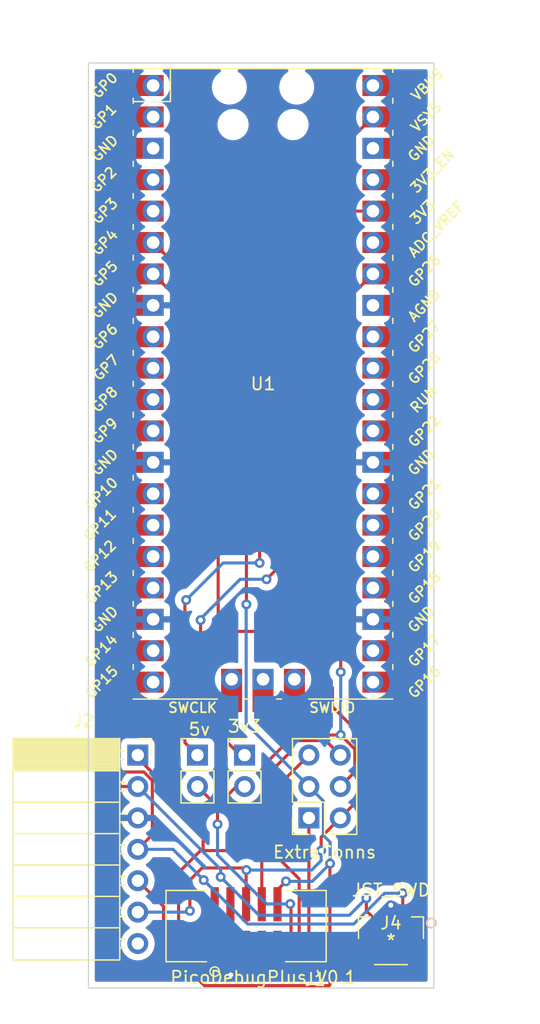
<source format=kicad_pcb>
(kicad_pcb (version 20211014) (generator pcbnew)
  (layers (0 "F.Cu" signal) (31 "B.Cu" signal) (34 "B.Paste" user) (35 "F.Paste" user) (36 "B.SilkS" user "B.Silkscreen") (37 "F.SilkS" user "F.Silkscreen") (38 "B.Mask" user) (39 "F.Mask" user) (44 "Edge.Cuts" user))
  (net 0 "")
  (net 1 "/UartTX")
  (net 2 "/SDA_1")
  (net 3 "/SCL_0")
  (net 4 "/SWDIO")
  (net 5 "GND")
  (net 6 "/SWDCLK")
  (net 7 "/SWO")
  (net 8 "/VBUS_OUT")
  (net 9 "/SDA_0")
  (net 10 "/SCL_1")
  (net 36 "/power_output")
  (net 42 "Net-(JP1-Pad1)")
  (net 43 "Net-(JP2-Pad1)")
  (footprint "Connector_PinSocket_2.54mm:PinSocket_1x07_P2.54mm_Horizontal" (layer "F.Cu") (at 118.618 75.184)
    (fp_text reference "J2" (at -4.38 -2.77) (layer "F.SilkS"))
    (fp_text value "Conn_01x07_Male")
    (fp_line (start -1.46 12.34) (end -1.05 12.34) (layer "F.SilkS") (width 0.12))
    (fp_line (start -10.09 -0.383335) (end -1.46 -0.383335) (layer "F.SilkS") (width 0.12))
    (fp_line (start -10.09 -0.97381) (end -1.46 -0.97381) (layer "F.SilkS") (width 0.12))
    (fp_line (start -1.46 13.06) (end -1.05 13.06) (layer "F.SilkS") (width 0.12))
    (fp_line (start -10.09 0.91571) (end -1.46 0.91571) (layer "F.SilkS") (width 0.12))
    (fp_line (start -1.46 10.52) (end -1.05 10.52) (layer "F.SilkS") (width 0.12))
    (fp_line (start -10.09 13.97) (end -1.46 13.97) (layer "F.SilkS") (width 0.12))
    (fp_line (start -10.09 -0.619525) (end -1.46 -0.619525) (layer "F.SilkS") (width 0.12))
    (fp_line (start -1.46 9.8) (end -1.05 9.8) (layer "F.SilkS") (width 0.12))
    (fp_line (start -1.46 15.6) (end -1.05 15.6) (layer "F.SilkS") (width 0.12))
    (fp_line (start -10.09 3.81) (end -1.46 3.81) (layer "F.SilkS") (width 0.12))
    (fp_line (start -10.09 -1.33) (end -10.09 16.57) (layer "F.SilkS") (width 0.12))
    (fp_line (start -10.09 1.27) (end -1.46 1.27) (layer "F.SilkS") (width 0.12))
    (fp_line (start -10.09 -0.73762) (end -1.46 -0.73762) (layer "F.SilkS") (width 0.12))
    (fp_line (start -1.46 2.9) (end -1.05 2.9) (layer "F.SilkS") (width 0.12))
    (fp_line (start -1.46 0.36) (end -1.11 0.36) (layer "F.SilkS") (width 0.12))
    (fp_line (start -10.09 -0.147145) (end -1.46 -0.147145) (layer "F.SilkS") (width 0.12))
    (fp_line (start -1.46 -1.33) (end -1.46 16.57) (layer "F.SilkS") (width 0.12))
    (fp_line (start -1.46 7.98) (end -1.05 7.98) (layer "F.SilkS") (width 0.12))
    (fp_line (start -10.09 8.89) (end -1.46 8.89) (layer "F.SilkS") (width 0.12))
    (fp_line (start 0 -1.33) (end 1.11 -1.33) (layer "F.SilkS") (width 0.12))
    (fp_line (start -1.46 4.72) (end -1.05 4.72) (layer "F.SilkS") (width 0.12))
    (fp_line (start -10.09 0.797615) (end -1.46 0.797615) (layer "F.SilkS") (width 0.12))
    (fp_line (start -10.09 11.43) (end -1.46 11.43) (layer "F.SilkS") (width 0.12))
    (fp_line (start -10.09 0.20714) (end -1.46 0.20714) (layer "F.SilkS") (width 0.12))
    (fp_line (start -1.46 7.26) (end -1.05 7.26) (layer "F.SilkS") (width 0.12))
    (fp_line (start -10.09 0.67952) (end -1.46 0.67952) (layer "F.SilkS") (width 0.12))
    (fp_line (start -10.09 -0.50143) (end -1.46 -0.50143) (layer "F.SilkS") (width 0.12))
    (fp_line (start -1.46 2.18) (end -1.05 2.18) (layer "F.SilkS") (width 0.12))
    (fp_line (start -10.09 0.089045) (end -1.46 0.089045) (layer "F.SilkS") (width 0.12))
    (fp_line (start -10.09 -0.26524) (end -1.46 -0.26524) (layer "F.SilkS") (width 0.12))
    (fp_line (start -10.09 -1.33) (end -1.46 -1.33) (layer "F.SilkS") (width 0.12))
    (fp_line (start -10.09 -1.21) (end -1.46 -1.21) (layer "F.SilkS") (width 0.12))
    (fp_line (start -1.46 -0.36) (end -1.11 -0.36) (layer "F.SilkS") (width 0.12))
    (fp_line (start -10.09 6.35) (end -1.46 6.35) (layer "F.SilkS") (width 0.12))
    (fp_line (start -10.09 16.57) (end -1.46 16.57) (layer "F.SilkS") (width 0.12))
    (fp_line (start -10.09 1.1519) (end -1.46 1.1519) (layer "F.SilkS") (width 0.12))
    (fp_line (start -1.46 5.44) (end -1.05 5.44) (layer "F.SilkS") (width 0.12))
    (fp_line (start -10.09 1.033805) (end -1.46 1.033805) (layer "F.SilkS") (width 0.12))
    (fp_line (start -10.09 -0.855715) (end -1.46 -0.855715) (layer "F.SilkS") (width 0.12))
    (fp_line (start 1.11 -1.33) (end 1.11 0) (layer "F.SilkS") (width 0.12))
    (fp_line (start -10.09 -0.02905) (end -1.46 -0.02905) (layer "F.SilkS") (width 0.12))
    (fp_line (start -10.09 0.561425) (end -1.46 0.561425) (layer "F.SilkS") (width 0.12))
    (fp_line (start -10.09 0.44333) (end -1.46 0.44333) (layer "F.SilkS") (width 0.12))
    (fp_line (start -10.09 0.325235) (end -1.46 0.325235) (layer "F.SilkS") (width 0.12))
    (fp_line (start -1.46 14.88) (end -1.05 14.88) (layer "F.SilkS") (width 0.12))
    (fp_line (start -10.09 -1.091905) (end -1.46 -1.091905) (layer "F.SilkS") (width 0.12))
    (pad "1" thru_hole rect (at 0 0) (size 1.7 1.7) (drill 1) (layers *.Cu *.Mask) (net 3 "/SCL_0"))
    (pad "2" thru_hole oval (at 0 2.54) (size 1.7 1.7) (drill 1) (layers *.Cu *.Mask) (net 6 "/SWDCLK"))
    (pad "3" thru_hole oval (at 0 5.08) (size 1.7 1.7) (drill 1) (layers *.Cu *.Mask) (net 5 "GND"))
    (pad "4" thru_hole oval (at 0 7.62) (size 1.7 1.7) (drill 1) (layers *.Cu *.Mask) (net 4 "/SWDIO"))
    (pad "5" thru_hole oval (at 0 10.16) (size 1.7 1.7) (drill 1) (layers *.Cu *.Mask) (net 9 "/SDA_0"))
    (pad "6" thru_hole oval (at 0 12.7) (size 1.7 1.7) (drill 1) (layers *.Cu *.Mask) (net 7 "/SWO"))
    (pad "7" thru_hole oval (at 0 15.24) (size 1.7 1.7) (drill 1) (layers *.Cu *.Mask) (net 8 "/VBUS_OUT"))
  )
  (footprint "JST:BM03B-SRSS-TBLFSN" (layer "F.Cu") (at 139.1 90.2)
    (fp_text reference "J4" (at 0 -1.4284) (layer "F.SilkS"))
    (fp_text value "JST_SWD" (at 0 -4.094) (layer "F.SilkS"))
    (fp_text user "*" (at 0 0) (layer "F.SilkS"))
    (fp_circle (center 3.2639 -1.4284) (end 3.6449 -1.4284) (layer "B.SilkS") (width 0.12) (fill none))
    (fp_line (start 2.6289 -1.9304) (end 1.662941 -1.9304) (layer "F.SilkS") (width 0.12))
    (fp_line (start -1.662941 -1.9304) (end -2.6289 -1.9304) (layer "F.SilkS") (width 0.12))
    (fp_line (start -2.6289 -1.9304) (end -2.6289 -0.188641) (layer "F.SilkS") (width 0.12))
    (fp_line (start -1.31956 1.9304) (end 1.31956 1.9304) (layer "F.SilkS") (width 0.12))
    (fp_line (start 2.6289 -0.188641) (end 2.6289 -1.9304) (layer "F.SilkS") (width 0.12))
    (fp_circle (center 3.2639 -1.4284) (end 3.6449 -1.4284) (layer "F.SilkS") (width 0.12) (fill none))
    (pad "1" smd rect locked (at 1.000001 -1.4284) (size 0.6604 1.5494) (layers "F.Cu" "F.Paste" "F.Mask") (net 4 "/SWDIO"))
    (pad "2" smd rect locked (at 0 -1.4284) (size 0.6604 1.5494) (layers "F.Cu" "F.Paste" "F.Mask") (net 5 "GND"))
    (pad "3" smd rect locked (at -1.000001 -1.4284) (size 0.6604 1.5494) (layers "F.Cu" "F.Paste" "F.Mask") (net 6 "/SWDCLK"))
    (pad "4" smd rect locked (at -2.3 1.096599 90) (size 1.905 1.2954) (layers "F.Cu" "F.Paste" "F.Mask") (net 5 "GND"))
    (pad "5" smd rect locked (at 2.3 1.096599 90) (size 1.905 1.2954) (layers "F.Cu" "F.Paste" "F.Mask") (net 5 "GND"))
  )
  (footprint "Connector_PinSocket_2.54mm:PinSocket_2x03_P2.54mm_Vertical" (layer "F.Cu") (at 132.461 80.264 180)
    (fp_text reference "ExtraConns" (at -1.27 -2.77 180) (layer "F.SilkS"))
    (fp_text value "Conn_02x03_Odd_Even")
    (fp_line (start -3.87 -1.33) (end -1.27 -1.33) (layer "F.SilkS") (width 0.12))
    (fp_line (start -1.27 -1.33) (end -1.27 1.27) (layer "F.SilkS") (width 0.12))
    (fp_line (start 0 -1.33) (end 1.33 -1.33) (layer "F.SilkS") (width 0.12))
    (fp_line (start 1.33 -1.33) (end 1.33 0) (layer "F.SilkS") (width 0.12))
    (fp_line (start -3.87 6.41) (end 1.33 6.41) (layer "F.SilkS") (width 0.12))
    (fp_line (start -1.27 1.27) (end 1.33 1.27) (layer "F.SilkS") (width 0.12))
    (fp_line (start -3.87 -1.33) (end -3.87 6.41) (layer "F.SilkS") (width 0.12))
    (fp_line (start 1.33 1.27) (end 1.33 6.41) (layer "F.SilkS") (width 0.12))
    (pad "1" thru_hole rect (at 0 0 180) (size 1.7 1.7) (drill 1) (layers *.Cu *.Mask) (net 1 "/UartTX"))
    (pad "2" thru_hole oval (at -2.54 0 180) (size 1.7 1.7) (drill 1) (layers *.Cu *.Mask) (net 7 "/SWO"))
    (pad "3" thru_hole oval (at 0 2.54 180) (size 1.7 1.7) (drill 1) (layers *.Cu *.Mask) (net 9 "/SDA_0"))
    (pad "4" thru_hole oval (at -2.54 2.54 180) (size 1.7 1.7) (drill 1) (layers *.Cu *.Mask) (net 3 "/SCL_0"))
    (pad "5" thru_hole oval (at 0 5.08 180) (size 1.7 1.7) (drill 1) (layers *.Cu *.Mask) (net 2 "/SDA_1"))
    (pad "6" thru_hole oval (at -2.54 5.08 180) (size 1.7 1.7) (drill 1) (layers *.Cu *.Mask) (net 10 "/SCL_1"))
  )
  (footprint "Connector_PinHeader_2.54mm:PinHeader_1x02_P2.54mm_Vertical" (layer "F.Cu") (at 127.254 75.184)
    (fp_text reference "3v3" (at 0 -2.33) (layer "F.SilkS"))
    (fp_text value "Jumper_2_Open")
    (fp_line (start -1.33 0) (end -1.33 -1.33) (layer "F.SilkS") (width 0.12))
    (fp_line (start -1.33 1.27) (end 1.33 1.27) (layer "F.SilkS") (width 0.12))
    (fp_line (start -1.33 3.87) (end 1.33 3.87) (layer "F.SilkS") (width 0.12))
    (fp_line (start -1.33 1.27) (end -1.33 3.87) (layer "F.SilkS") (width 0.12))
    (fp_line (start 1.33 1.27) (end 1.33 3.87) (layer "F.SilkS") (width 0.12))
    (fp_line (start -1.33 -1.33) (end 0 -1.33) (layer "F.SilkS") (width 0.12))
    (pad "1" thru_hole rect (at 0 0) (size 1.7 1.7) (drill 1) (layers *.Cu *.Mask) (net 43 "Net-(JP2-Pad1)"))
    (pad "2" thru_hole oval (at 0 2.54) (size 1.7 1.7) (drill 1) (layers *.Cu *.Mask) (net 36 "/power_output"))
  )
  (footprint "Connector_PinHeader_2.54mm:PinHeader_1x02_P2.54mm_Vertical" (layer "F.Cu") (at 123.444 75.184)
    (fp_text reference "5v" (at 0.1524 -2.0828) (layer "F.SilkS"))
    (fp_text value "Jumper_2_Open")
    (fp_line (start -1.33 0) (end -1.33 -1.33) (layer "F.SilkS") (width 0.12))
    (fp_line (start -1.33 -1.33) (end 0 -1.33) (layer "F.SilkS") (width 0.12))
    (fp_line (start -1.33 3.87) (end 1.33 3.87) (layer "F.SilkS") (width 0.12))
    (fp_line (start -1.33 1.27) (end -1.33 3.87) (layer "F.SilkS") (width 0.12))
    (fp_line (start -1.33 1.27) (end 1.33 1.27) (layer "F.SilkS") (width 0.12))
    (fp_line (start 1.33 1.27) (end 1.33 3.87) (layer "F.SilkS") (width 0.12))
    (pad "1" thru_hole rect (at 0 0) (size 1.7 1.7) (drill 1) (layers *.Cu *.Mask) (net 42 "Net-(JP1-Pad1)"))
    (pad "2" thru_hole oval (at 0 2.54) (size 1.7 1.7) (drill 1) (layers *.Cu *.Mask) (net 36 "/power_output"))
  )
  (footprint "LocalFootprints:3220-10-0300-00-TR" (layer "F.Cu") (at 127.381 89.014)
    (fp_text reference "J1" (at 5.588 4.318) (layer "F.SilkS"))
    (fp_text value "PicoDebugPlus_V0.1" (at 1.397 4.1532) (layer "F.SilkS"))
    (fp_line (start 6.477 -2.8829) (end 3.20294 -2.8829) (layer "F.SilkS") (width 0.12))
    (fp_line (start 6.477 2.8829) (end 6.477 -2.8829) (layer "F.SilkS") (width 0.12))
    (fp_line (start -3.20294 -2.8829) (end -6.477 -2.8829) (layer "F.SilkS") (width 0.12))
    (fp_line (start -6.477 2.8829) (end -3.20294 2.8829) (layer "F.SilkS") (width 0.12))
    (fp_line (start 3.20294 2.8829) (end 6.477 2.8829) (layer "F.SilkS") (width 0.12))
    (fp_line (start -6.477 -2.8829) (end -6.477 2.8829) (layer "F.SilkS") (width 0.12))
    (fp_circle (center -2.54 3.683) (end -2.159 3.683) (layer "F.SilkS") (width 0.12) (fill none))
    (pad "1" smd rect (at -2.54 1.765) (size 0.6604 2.7686) (layers "F.Cu" "F.Paste" "F.Mask") (net 3 "/SCL_0"))
    (pad "2" smd rect (at -2.54 -1.765) (size 0.6604 2.7686) (layers "F.Cu" "F.Paste" "F.Mask") (net 4 "/SWDIO"))
    (pad "3" smd rect (at -1.27 1.765) (size 0.6604 2.7686) (layers "F.Cu" "F.Paste" "F.Mask") (net 5 "GND"))
    (pad "4" smd rect (at -1.27 -1.765) (size 0.6604 2.7686) (layers "F.Cu" "F.Paste" "F.Mask") (net 6 "/SWDCLK"))
    (pad "5" smd rect (at 0 1.765) (size 0.6604 2.7686) (layers "F.Cu" "F.Paste" "F.Mask") (net 1 "/UartTX"))
    (pad "6" smd rect (at 0 -1.765) (size 0.6604 2.7686) (layers "F.Cu" "F.Paste" "F.Mask") (net 7 "/SWO"))
    (pad "7" smd rect (at 1.27 1.765) (size 0.6604 2.7686) (layers "F.Cu" "F.Paste" "F.Mask") (net 2 "/SDA_1"))
    (pad "8" smd rect (at 1.27 -1.765) (size 0.6604 2.7686) (layers "F.Cu" "F.Paste" "F.Mask") (net 10 "/SCL_1"))
    (pad "9" smd rect (at 2.54 1.765) (size 0.6604 2.7686) (layers "F.Cu" "F.Paste" "F.Mask") (net 36 "/power_output"))
    (pad "10" smd rect (at 2.54 -1.765) (size 0.6604 2.7686) (layers "F.Cu" "F.Paste" "F.Mask") (net 9 "/SDA_0"))
  )
  (footprint "MCU_RaspberryPi_and_Boards:RPi_Pico_SMD_TH" (layer "F.Cu") (at 128.75 45.15)
    (fp_text reference "U1" (at 0 0) (layer "F.SilkS"))
    (fp_text value "Pico")
    (fp_text user "VSYS" (at 13.2 -21.59 45) (layer "F.SilkS") (effects (font (size 0.8 0.8))))
    (fp_text user "GND" (at -12.8 6.35 45) (layer "F.SilkS") (effects (font (size 0.8 0.8))))
    (fp_text user "GP18" (at 13.054 16.51 45) (layer "F.SilkS") (effects (font (size 0.8 0.8))))
    (fp_text user "GP8" (at -12.8 1.27 45) (layer "F.SilkS") (effects (font (size 0.8 0.8))))
    (fp_text user "GP26" (at 13.054 -1.27 45) (layer "F.SilkS") (effects (font (size 0.8 0.8))))
    (fp_text user "GP1" (at -12.9 -21.6 45) (layer "F.SilkS") (effects (font (size 0.8 0.8))))
    (fp_text user "GP4" (at -12.8 -11.43 45) (layer "F.SilkS") (effects (font (size 0.8 0.8))))
    (fp_text user "GP22" (at 13.054 3.81 45) (layer "F.SilkS") (effects (font (size 0.8 0.8))))
    (fp_text user "GP11" (at -13.2 11.43 45) (layer "F.SilkS") (effects (font (size 0.8 0.8))))
    (fp_text user "SWCLK" (at -5.7 26.2) (layer "F.SilkS") (effects (font (size 0.8 0.8))))
    (fp_text user "3V3" (at 12.9 -13.9 45) (layer "F.SilkS") (effects (font (size 0.8 0.8))))
    (fp_text user "GP28" (at 13.054 -9.144 45) (layer "F.SilkS") (effects (font (size 0.8 0.8))))
    (fp_text user "GP16" (at 13.054 24.13 45) (layer "F.SilkS") (effects (font (size 0.8 0.8))))
    (fp_text user "GND" (at 12.8 6.35 45) (layer "F.SilkS") (effects (font (size 0.8 0.8))))
    (fp_text user "GP0" (at -12.8 -24.13 45) (layer "F.SilkS") (effects (font (size 0.8 0.8))))
    (fp_text user "ADC_VREF" (at 14 -12.5 45) (layer "F.SilkS") (effects (font (size 0.8 0.8))))
    (fp_text user "GP27" (at 13.054 -3.8 45) (layer "F.SilkS") (effects (font (size 0.8 0.8))))
    (fp_text user "GP14" (at -13.1 21.59 45) (layer "F.SilkS") (effects (font (size 0.8 0.8))))
    (fp_text user "GP13" (at -13.054 16.51 45) (layer "F.SilkS") (effects (font (size 0.8 0.8))))
    (fp_text user "GND" (at -12.8 -19.05 45) (layer "F.SilkS") (effects (font (size 0.8 0.8))))
    (fp_text user "SWDIO" (at 5.6 26.2) (layer "F.SilkS") (effects (font (size 0.8 0.8))))
    (fp_text user "GP20" (at 13.054 11.43 45) (layer "F.SilkS") (effects (font (size 0.8 0.8))))
    (fp_text user "RUN" (at 13 1.27 45) (layer "F.SilkS") (effects (font (size 0.8 0.8))))
    (fp_text user "GP15" (at -13.054 24.13 45) (layer "F.SilkS") (effects (font (size 0.8 0.8))))
    (fp_text user "3V3_EN" (at 13.7 -17.2 45) (layer "F.SilkS") (effects (font (size 0.8 0.8))))
    (fp_text user "GND" (at 12.8 19.05 45) (layer "F.SilkS") (effects (font (size 0.8 0.8))))
    (fp_text user "GP21" (at 13.054 8.9 45) (layer "F.SilkS") (effects (font (size 0.8 0.8))))
    (fp_text user "GP3" (at -12.8 -13.97 45) (layer "F.SilkS") (effects (font (size 0.8 0.8))))
    (fp_text user "VBUS" (at 13.3 -24.2 45) (layer "F.SilkS") (effects (font (size 0.8 0.8))))
    (fp_text user "GP5" (at -12.8 -8.89 45) (layer "F.SilkS") (effects (font (size 0.8 0.8))))
    (fp_text user "GND" (at -12.8 -6.35 45) (layer "F.SilkS") (effects (font (size 0.8 0.8))))
    (fp_text user "AGND" (at 13.054 -6.35 45) (layer "F.SilkS") (effects (font (size 0.8 0.8))))
    (fp_text user "GP6" (at -12.8 -3.81 45) (layer "F.SilkS") (effects (font (size 0.8 0.8))))
    (fp_text user "GP2" (at -12.9 -16.51 45) (layer "F.SilkS") (effects (font (size 0.8 0.8))))
    (fp_text user "GND" (at 12.8 -19.05 45) (layer "F.SilkS") (effects (font (size 0.8 0.8))))
    (fp_text user "GP19" (at 13.054 13.97 45) (layer "F.SilkS") (effects (font (size 0.8 0.8))))
    (fp_text user "GND" (at -12.8 19.05 45) (layer "F.SilkS") (effects (font (size 0.8 0.8))))
    (fp_text user "GP9" (at -12.8 3.81 45) (layer "F.SilkS") (effects (font (size 0.8 0.8))))
    (fp_text user "GP17" (at 13.054 21.59 45) (layer "F.SilkS") (effects (font (size 0.8 0.8))))
    (fp_text user "GP10" (at -13.054 8.89 45) (layer "F.SilkS") (effects (font (size 0.8 0.8))))
    (fp_text user "GP12" (at -13.2 13.97 45) (layer "F.SilkS") (effects (font (size 0.8 0.8))))
    (fp_text user "GP7" (at -12.7 -1.3 45) (layer "F.SilkS") (effects (font (size 0.8 0.8))))
    (fp_line (start -10.5 15.1) (end -10.5 15.5) (layer "F.SilkS") (width 0.12))
    (fp_line (start 10.5 -18) (end 10.5 -17.6) (layer "F.SilkS") (width 0.12))
    (fp_line (start -10.5 -7.8) (end -10.5 -7.4) (layer "F.SilkS") (width 0.12))
    (fp_line (start -1.5 25.5) (end -1.1 25.5) (layer "F.SilkS") (width 0.12))
    (fp_line (start -10.5 10) (end -10.5 10.4) (layer "F.SilkS") (width 0.12))
    (fp_line (start -10.5 -5.3) (end -10.5 -4.9) (layer "F.SilkS") (width 0.12))
    (fp_line (start 10.5 10) (end 10.5 10.4) (layer "F.SilkS") (width 0.12))
    (fp_line (start 10.5 -2.7) (end 10.5 -2.3) (layer "F.SilkS") (width 0.12))
    (fp_line (start 10.5 -0.2) (end 10.5 0.2) (layer "F.SilkS") (width 0.12))
    (fp_line (start 10.5 -7.8) (end 10.5 -7.4) (layer "F.SilkS") (width 0.12))
    (fp_line (start 10.5 12.5) (end 10.5 12.9) (layer "F.SilkS") (width 0.12))
    (fp_line (start 10.5 -5.3) (end 10.5 -4.9) (layer "F.SilkS") (width 0.12))
    (fp_line (start -10.5 12.5) (end -10.5 12.9) (layer "F.SilkS") (width 0.12))
    (fp_line (start -10.5 -25.5) (end 10.5 -25.5) (layer "F.SilkS") (width 0.12))
    (fp_line (start -10.5 -25.5) (end -10.5 -25.2) (layer "F.SilkS") (width 0.12))
    (fp_line (start 10.5 25.5) (end 3.7 25.5) (layer "F.SilkS") (width 0.12))
    (fp_line (start 10.5 20.1) (end 10.5 20.5) (layer "F.SilkS") (width 0.12))
    (fp_line (start -10.5 -23.1) (end -10.5 -22.7) (layer "F.SilkS") (width 0.12))
    (fp_line (start -10.5 17.6) (end -10.5 18) (layer "F.SilkS") (width 0.12))
    (fp_line (start 10.5 4.9) (end 10.5 5.3) (layer "F.SilkS") (width 0.12))
    (fp_line (start 10.5 -20.5) (end 10.5 -20.1) (layer "F.SilkS") (width 0.12))
    (fp_line (start 10.5 2.3) (end 10.5 2.7) (layer "F.SilkS") (width 0.12))
    (fp_line (start -10.5 20.1) (end -10.5 20.5) (layer "F.SilkS") (width 0.12))
    (fp_line (start 10.5 17.6) (end 10.5 18) (layer "F.SilkS") (width 0.12))
    (fp_line (start 10.5 -10.4) (end 10.5 -10) (layer "F.SilkS") (width 0.12))
    (fp_line (start -10.5 -15.4) (end -10.5 -15) (layer "F.SilkS") (width 0.12))
    (fp_line (start -10.5 7.4) (end -10.5 7.8) (layer "F.SilkS") (width 0.12))
    (fp_line (start 10.5 15.1) (end 10.5 15.5) (layer "F.SilkS") (width 0.12))
    (fp_line (start -10.5 -10.4) (end -10.5 -10) (layer "F.SilkS") (width 0.12))
    (fp_line (start -10.5 -18) (end -10.5 -17.6) (layer "F.SilkS") (width 0.12))
    (fp_line (start -3.7 25.5) (end -10.5 25.5) (layer "F.SilkS") (width 0.12))
    (fp_line (start 10.5 -15.4) (end 10.5 -15) (layer "F.SilkS") (width 0.12))
    (fp_line (start -10.5 -0.2) (end -10.5 0.2) (layer "F.SilkS") (width 0.12))
    (fp_line (start 10.5 -25.5) (end 10.5 -25.2) (layer "F.SilkS") (width 0.12))
    (fp_line (start 10.5 -23.1) (end 10.5 -22.7) (layer "F.SilkS") (width 0.12))
    (fp_line (start -10.5 -22.833) (end -7.493 -22.833) (layer "F.SilkS") (width 0.12))
    (fp_line (start -7.493 -22.833) (end -7.493 -25.5) (layer "F.SilkS") (width 0.12))
    (fp_line (start -10.5 -20.5) (end -10.5 -20.1) (layer "F.SilkS") (width 0.12))
    (fp_line (start -10.5 4.9) (end -10.5 5.3) (layer "F.SilkS") (width 0.12))
    (fp_line (start 10.5 -12.9) (end 10.5 -12.5) (layer "F.SilkS") (width 0.12))
    (fp_line (start -10.5 2.3) (end -10.5 2.7) (layer "F.SilkS") (width 0.12))
    (fp_line (start 10.5 22.7) (end 10.5 23.1) (layer "F.SilkS") (width 0.12))
    (fp_line (start 10.5 7.4) (end 10.5 7.8) (layer "F.SilkS") (width 0.12))
    (fp_line (start -10.5 -2.7) (end -10.5 -2.3) (layer "F.SilkS") (width 0.12))
    (fp_line (start -10.5 22.7) (end -10.5 23.1) (layer "F.SilkS") (width 0.12))
    (fp_line (start -10.5 -12.9) (end -10.5 -12.5) (layer "F.SilkS") (width 0.12))
    (fp_line (start 1.1 25.5) (end 1.5 25.5) (layer "F.SilkS") (width 0.12))
    (pad "" np_thru_hole oval (at 2.425 -20.97) (size 1.5 1.5) (drill 1.5) (layers *.Cu *.Mask))
    (pad "" np_thru_hole oval (at -2.425 -20.97) (size 1.5 1.5) (drill 1.5) (layers *.Cu *.Mask))
    (pad "" np_thru_hole oval (at -2.725 -24) (size 1.8 1.8) (drill 1.8) (layers *.Cu *.Mask))
    (pad "" np_thru_hole oval (at 2.725 -24) (size 1.8 1.8) (drill 1.8) (layers *.Cu *.Mask))
    (pad "1" smd rect (at -8.89 -24.13) (size 3.5 1.7) (drill (offset -0.9 0)) (layers "F.Cu" "F.Mask"))
    (pad "1" thru_hole oval (at -8.89 -24.13) (size 1.7 1.7) (drill 1.02) (layers *.Cu *.Mask))
    (pad "2" smd rect (at -8.89 -21.59) (size 3.5 1.7) (drill (offset -0.9 0)) (layers "F.Cu" "F.Mask"))
    (pad "2" thru_hole oval (at -8.89 -21.59) (size 1.7 1.7) (drill 1.02) (layers *.Cu *.Mask))
    (pad "3" smd rect (at -8.89 -19.05) (size 3.5 1.7) (drill (offset -0.9 0)) (layers "F.Cu" "F.Mask"))
    (pad "3" thru_hole rect (at -8.89 -19.05) (size 1.7 1.7) (drill 1.02) (layers *.Cu *.Mask))
    (pad "4" thru_hole oval (at -8.89 -16.51) (size 1.7 1.7) (drill 1.02) (layers *.Cu *.Mask) (net 6 "/SWDCLK"))
    (pad "4" smd rect (at -8.89 -16.51) (size 3.5 1.7) (drill (offset -0.9 0)) (layers "F.Cu" "F.Mask") (net 6 "/SWDCLK"))
    (pad "5" smd rect (at -8.89 -13.97) (size 3.5 1.7) (drill (offset -0.9 0)) (layers "F.Cu" "F.Mask") (net 4 "/SWDIO"))
    (pad "5" thru_hole oval (at -8.89 -13.97) (size 1.7 1.7) (drill 1.02) (layers *.Cu *.Mask) (net 4 "/SWDIO"))
    (pad "6" thru_hole oval (at -8.89 -11.43) (size 1.7 1.7) (drill 1.02) (layers *.Cu *.Mask) (net 9 "/SDA_0"))
    (pad "6" smd rect (at -8.89 -11.43) (size 3.5 1.7) (drill (offset -0.9 0)) (layers "F.Cu" "F.Mask") (net 9 "/SDA_0"))
    (pad "7" thru_hole oval (at -8.89 -8.89) (size 1.7 1.7) (drill 1.02) (layers *.Cu *.Mask) (net 7 "/SWO"))
    (pad "7" smd rect (at -8.89 -8.89) (size 3.5 1.7) (drill (offset -0.9 0)) (layers "F.Cu" "F.Mask") (net 7 "/SWO"))
    (pad "8" thru_hole rect (at -8.89 -6.35) (size 1.7 1.7) (drill 1.02) (layers *.Cu *.Mask) (net 5 "GND"))
    (pad "8" smd rect (at -8.89 -6.35) (size 3.5 1.7) (drill (offset -0.9 0)) (layers "F.Cu" "F.Mask") (net 5 "GND"))
    (pad "9" thru_hole oval (at -8.89 -3.81) (size 1.7 1.7) (drill 1.02) (layers *.Cu *.Mask))
    (pad "9" smd rect (at -8.89 -3.81) (size 3.5 1.7) (drill (offset -0.9 0)) (layers "F.Cu" "F.Mask"))
    (pad "10" smd rect (at -8.89 -1.27) (size 3.5 1.7) (drill (offset -0.9 0)) (layers "F.Cu" "F.Mask"))
    (pad "10" thru_hole oval (at -8.89 -1.27) (size 1.7 1.7) (drill 1.02) (layers *.Cu *.Mask))
    (pad "11" thru_hole oval (at -8.89 1.27) (size 1.7 1.7) (drill 1.02) (layers *.Cu *.Mask))
    (pad "11" smd rect (at -8.89 1.27) (size 3.5 1.7) (drill (offset -0.9 0)) (layers "F.Cu" "F.Mask"))
    (pad "12" thru_hole oval (at -8.89 3.81) (size 1.7 1.7) (drill 1.02) (layers *.Cu *.Mask))
    (pad "12" smd rect (at -8.89 3.81) (size 3.5 1.7) (drill (offset -0.9 0)) (layers "F.Cu" "F.Mask"))
    (pad "13" thru_hole rect (at -8.89 6.35) (size 1.7 1.7) (drill 1.02) (layers *.Cu *.Mask) (net 5 "GND"))
    (pad "13" smd rect (at -8.89 6.35) (size 3.5 1.7) (drill (offset -0.9 0)) (layers "F.Cu" "F.Mask") (net 5 "GND"))
    (pad "14" thru_hole oval (at -8.89 8.89) (size 1.7 1.7) (drill 1.02) (layers *.Cu *.Mask))
    (pad "14" smd rect (at -8.89 8.89) (size 3.5 1.7) (drill (offset -0.9 0)) (layers "F.Cu" "F.Mask"))
    (pad "15" smd rect (at -8.89 11.43) (size 3.5 1.7) (drill (offset -0.9 0)) (layers "F.Cu" "F.Mask"))
    (pad "15" thru_hole oval (at -8.89 11.43) (size 1.7 1.7) (drill 1.02) (layers *.Cu *.Mask))
    (pad "16" thru_hole oval (at -8.89 13.97) (size 1.7 1.7) (drill 1.02) (layers *.Cu *.Mask))
    (pad "16" smd rect (at -8.89 13.97) (size 3.5 1.7) (drill (offset -0.9 0)) (layers "F.Cu" "F.Mask"))
    (pad "17" smd rect (at -8.89 16.51) (size 3.5 1.7) (drill (offset -0.9 0)) (layers "F.Cu" "F.Mask"))
    (pad "17" thru_hole oval (at -8.89 16.51) (size 1.7 1.7) (drill 1.02) (layers *.Cu *.Mask))
    (pad "18" thru_hole rect (at -8.89 19.05) (size 1.7 1.7) (drill 1.02) (layers *.Cu *.Mask) (net 5 "GND"))
    (pad "18" smd rect (at -8.89 19.05) (size 3.5 1.7) (drill (offset -0.9 0)) (layers "F.Cu" "F.Mask") (net 5 "GND"))
    (pad "19" thru_hole oval (at -8.89 21.59) (size 1.7 1.7) (drill 1.02) (layers *.Cu *.Mask))
    (pad "19" smd rect (at -8.89 21.59) (size 3.5 1.7) (drill (offset -0.9 0)) (layers "F.Cu" "F.Mask"))
    (pad "20" thru_hole oval (at -8.89 24.13) (size 1.7 1.7) (drill 1.02) (layers *.Cu *.Mask))
    (pad "20" smd rect (at -8.89 24.13) (size 3.5 1.7) (drill (offset -0.9 0)) (layers "F.Cu" "F.Mask"))
    (pad "21" smd rect (at 8.89 24.13) (size 3.5 1.7) (drill (offset 0.9 0)) (layers "F.Cu" "F.Mask"))
    (pad "21" thru_hole oval (at 8.89 24.13) (size 1.7 1.7) (drill 1.02) (layers *.Cu *.Mask))
    (pad "22" smd rect (at 8.89 21.59) (size 3.5 1.7) (drill (offset 0.9 0)) (layers "F.Cu" "F.Mask"))
    (pad "22" thru_hole oval (at 8.89 21.59) (size 1.7 1.7) (drill 1.02) (layers *.Cu *.Mask))
    (pad "23" thru_hole rect (at 8.89 19.05) (size 1.7 1.7) (drill 1.02) (layers *.Cu *.Mask) (net 5 "GND"))
    (pad "23" smd rect (at 8.89 19.05) (size 3.5 1.7) (drill (offset 0.9 0)) (layers "F.Cu" "F.Mask") (net 5 "GND"))
    (pad "24" thru_hole oval (at 8.89 16.51) (size 1.7 1.7) (drill 1.02) (layers *.Cu *.Mask))
    (pad "24" smd rect (at 8.89 16.51) (size 3.5 1.7) (drill (offset 0.9 0)) (layers "F.Cu" "F.Mask"))
    (pad "25" smd rect (at 8.89 13.97) (size 3.5 1.7) (drill (offset 0.9 0)) (layers "F.Cu" "F.Mask"))
    (pad "25" thru_hole oval (at 8.89 13.97) (size 1.7 1.7) (drill 1.02) (layers *.Cu *.Mask))
    (pad "26" smd rect (at 8.89 11.43) (size 3.5 1.7) (drill (offset 0.9 0)) (layers "F.Cu" "F.Mask"))
    (pad "26" thru_hole oval (at 8.89 11.43) (size 1.7 1.7) (drill 1.02) (layers *.Cu *.Mask))
    (pad "27" smd rect (at 8.89 8.89) (size 3.5 1.7) (drill (offset 0.9 0)) (layers "F.Cu" "F.Mask"))
    (pad "27" thru_hole oval (at 8.89 8.89) (size 1.7 1.7) (drill 1.02) (layers *.Cu *.Mask))
    (pad "28" thru_hole rect (at 8.89 6.35) (size 1.7 1.7) (drill 1.02) (layers *.Cu *.Mask) (net 5 "GND"))
    (pad "28" smd rect (at 8.89 6.35) (size 3.5 1.7) (drill (offset 0.9 0)) (layers "F.Cu" "F.Mask") (net 5 "GND"))
    (pad "29" smd rect (at 8.89 3.81) (size 3.5 1.7) (drill (offset 0.9 0)) (layers "F.Cu" "F.Mask"))
    (pad "29" thru_hole oval (at 8.89 3.81) (size 1.7 1.7) (drill 1.02) (layers *.Cu *.Mask))
    (pad "30" smd rect (at 8.89 1.27) (size 3.5 1.7) (drill (offset 0.9 0)) (layers "F.Cu" "F.Mask"))
    (pad "30" thru_hole oval (at 8.89 1.27) (size 1.7 1.7) (drill 1.02) (layers *.Cu *.Mask))
    (pad "31" smd rect (at 8.89 -1.27) (size 3.5 1.7) (drill (offset 0.9 0)) (layers "F.Cu" "F.Mask"))
    (pad "31" thru_hole oval (at 8.89 -1.27) (size 1.7 1.7) (drill 1.02) (layers *.Cu *.Mask))
    (pad "32" smd rect (at 8.89 -3.81) (size 3.5 1.7) (drill (offset 0.9 0)) (layers "F.Cu" "F.Mask"))
    (pad "32" thru_hole oval (at 8.89 -3.81) (size 1.7 1.7) (drill 1.02) (layers *.Cu *.Mask))
    (pad "33" smd rect (at 8.89 -6.35) (size 3.5 1.7) (drill (offset 0.9 0)) (layers "F.Cu" "F.Mask"))
    (pad "33" thru_hole rect (at 8.89 -6.35) (size 1.7 1.7) (drill 1.02) (layers *.Cu *.Mask))
    (pad "34" thru_hole oval (at 8.89 -8.89) (size 1.7 1.7) (drill 1.02) (layers *.Cu *.Mask) (net 3 "/SCL_0"))
    (pad "34" smd rect (at 8.89 -8.89) (size 3.5 1.7) (drill (offset 0.9 0)) (layers "F.Cu" "F.Mask") (net 3 "/SCL_0"))
    (pad "35" thru_hole oval (at 8.89 -11.43) (size 1.7 1.7) (drill 1.02) (layers *.Cu *.Mask))
    (pad "35" smd rect (at 8.89 -11.43) (size 3.5 1.7) (drill (offset 0.9 0)) (layers "F.Cu" "F.Mask"))
    (pad "36" thru_hole oval (at 8.89 -13.97) (size 1.7 1.7) (drill 1.02) (layers *.Cu *.Mask) (net 43 "Net-(JP2-Pad1)"))
    (pad "36" smd rect (at 8.89 -13.97) (size 3.5 1.7) (drill (offset 0.9 0)) (layers "F.Cu" "F.Mask") (net 43 "Net-(JP2-Pad1)"))
    (pad "37" smd rect (at 8.89 -16.51) (size 3.5 1.7) (drill (offset 0.9 0)) (layers "F.Cu" "F.Mask"))
    (pad "37" thru_hole oval (at 8.89 -16.51) (size 1.7 1.7) (drill 1.02) (layers *.Cu *.Mask))
    (pad "38" thru_hole rect (at 8.89 -19.05) (size 1.7 1.7) (drill 1.02) (layers *.Cu *.Mask))
    (pad "38" smd rect (at 8.89 -19.05) (size 3.5 1.7) (drill (offset 0.9 0)) (layers "F.Cu" "F.Mask"))
    (pad "39" thru_hole oval (at 8.89 -21.59) (size 1.7 1.7) (drill 1.02) (layers *.Cu *.Mask) (net 42 "Net-(JP1-Pad1)"))
    (pad "39" smd rect (at 8.89 -21.59) (size 3.5 1.7) (drill (offset 0.9 0)) (layers "F.Cu" "F.Mask") (net 42 "Net-(JP1-Pad1)"))
    (pad "40" thru_hole oval (at 8.89 -24.13) (size 1.7 1.7) (drill 1.02) (layers *.Cu *.Mask))
    (pad "40" smd rect (at 8.89 -24.13) (size 3.5 1.7) (drill (offset 0.9 0)) (layers "F.Cu" "F.Mask"))
    (pad "41" smd rect (at -2.54 23.9 90) (size 3.5 1.7) (drill (offset -0.9 0)) (layers "F.Cu" "F.Mask"))
    (pad "41" thru_hole oval (at -2.54 23.9) (size 1.7 1.7) (drill 1.02) (layers *.Cu *.Mask))
    (pad "42" thru_hole rect (at 0 23.9) (size 1.7 1.7) (drill 1.02) (layers *.Cu *.Mask))
    (pad "42" smd rect (at 0 23.9 90) (size 3.5 1.7) (drill (offset -0.9 0)) (layers "F.Cu" "F.Mask"))
    (pad "43" thru_hole oval (at 2.54 23.9) (size 1.7 1.7) (drill 1.02) (layers *.Cu *.Mask))
    (pad "43" smd rect (at 2.54 23.9 90) (size 3.5 1.7) (drill (offset -0.9 0)) (layers "F.Cu" "F.Mask"))
  )
  (gr_rect (start 114.625 19.2) (end 142.575 94.0232) (layer "Edge.Cuts") (width 0.1) (fill none))
  (segment (start 128.5748 92.964) (end 132.2324 92.964) (width 0.25) (layer "F.Cu") (net 1))
  (segment (start 127.381 90.779) (end 127.381 91.7702) (width 0.25) (layer "F.Cu") (net 1))
  (segment (start 132.461 92.7354) (end 132.461 80.264) (width 0.25) (layer "F.Cu") (net 1))
  (segment (start 132.2324 92.964) (end 132.461 92.7354) (width 0.25) (layer "F.Cu") (net 1))
  (segment (start 127.381 91.7702) (end 128.5748 92.964) (width 0.25) (layer "F.Cu") (net 1))
  (segment (start 131.6736 92.4052) (end 131.572 92.5068) (width 0.25) (layer "F.Cu") (net 2))
  (segment (start 129.3247 92.5068) (end 128.651 91.8331) (width 0.25) (layer "F.Cu") (net 2))
  (segment (start 128.651 91.8331) (end 128.651 90.779) (width 0.25) (layer "F.Cu") (net 2))
  (segment (start 130.2512 83.7692) (end 131.6736 85.1916) (width 0.25) (layer "F.Cu") (net 2))
  (segment (start 130.2512 77.3938) (end 130.2512 83.7692) (width 0.25) (layer "F.Cu") (net 2))
  (segment (start 131.572 92.5068) (end 129.3247 92.5068) (width 0.25) (layer "F.Cu") (net 2))
  (segment (start 131.6736 85.1916) (end 131.6736 92.4052) (width 0.25) (layer "F.Cu") (net 2))
  (segment (start 132.461 75.184) (end 130.2512 77.3938) (width 0.25) (layer "F.Cu") (net 2))
  (segment (start 136.176 76.549) (end 135.001 77.724) (width 0.25) (layer "F.Cu") (net 3))
  (segment (start 136.176 74.697299) (end 136.176 76.549) (width 0.25) (layer "F.Cu") (net 3))
  (segment (start 126.238 82.9056) (end 129.2352 79.9084) (width 0.25) (layer "F.Cu") (net 3))
  (segment (start 129.2352 75.5904) (end 131.2666 73.559) (width 0.25) (layer "F.Cu") (net 3))
  (segment (start 135.037701 73.559) (end 136.176 74.697299) (width 0.25) (layer "F.Cu") (net 3))
  (segment (start 124.841 90.779) (end 123.0878 90.779) (width 0.25) (layer "F.Cu") (net 3))
  (segment (start 123.9012 82.9056) (end 126.238 82.9056) (width 0.25) (layer "F.Cu") (net 3))
  (segment (start 121.92 89.6112) (end 121.92 84.6836) (width 0.25) (layer "F.Cu") (net 3))
  (segment (start 123.0878 90.779) (end 121.92 89.6112) (width 0.25) (layer "F.Cu") (net 3))
  (segment (start 118.618 75.425903) (end 123.9012 80.709103) (width 0.25) (layer "F.Cu") (net 3))
  (segment (start 118.618 75.184) (end 118.618 75.425903) (width 0.25) (layer "F.Cu") (net 3))
  (segment (start 123.698 82.9056) (end 123.9012 82.9056) (width 0.25) (layer "F.Cu") (net 3))
  (segment (start 131.2666 73.559) (end 135.037701 73.559) (width 0.25) (layer "F.Cu") (net 3))
  (segment (start 121.92 84.6836) (end 123.698 82.9056) (width 0.25) (layer "F.Cu") (net 3))
  (segment (start 135.037701 68.467099) (end 135.037701 38.862299) (width 0.25) (layer "F.Cu") (net 3))
  (segment (start 123.9012 80.709103) (end 123.9012 82.9056) (width 0.25) (layer "F.Cu") (net 3))
  (segment (start 129.2352 79.9084) (end 129.2352 75.5904) (width 0.25) (layer "F.Cu") (net 3))
  (segment (start 135.037701 38.862299) (end 137.64 36.26) (width 0.25) (layer "F.Cu") (net 3))
  (via (at 135.037701 73.559) (size 0.8) (drill 0.4) (layers "F.Cu" "B.Cu") (net 3))
  (via (at 135.037701 68.467099) (size 0.8) (drill 0.4) (layers "F.Cu" "B.Cu") (net 3))
  (segment (start 135.037701 73.559) (end 135.037701 68.467099) (width 0.25) (layer "B.Cu") (net 3))
  (segment (start 119.104701 76.549) (end 117.011404 76.549) (width 0.25) (layer "F.Cu") (net 4))
  (segment (start 124.841 87.249) (end 124.841 86.1822) (width 0.25) (layer "F.Cu") (net 4))
  (segment (start 119.793 77.237299) (end 119.104701 76.549) (width 0.25) (layer "F.Cu") (net 4))
  (segment (start 118.618 82.804) (end 119.793 81.629) (width 0.25) (layer "F.Cu") (net 4))
  (segment (start 117.011404 76.549) (end 116.2304 75.767996) (width 0.25) (layer "F.Cu") (net 4))
  (segment (start 119.793 81.629) (end 119.793 77.237299) (width 0.25) (layer "F.Cu") (net 4))
  (segment (start 118.1212 31.18) (end 119.86 31.18) (width 0.25) (layer "F.Cu") (net 4))
  (segment (start 140.0556 88.727199) (end 140.100001 88.7716) (width 0.25) (layer "F.Cu") (net 4))
  (segment (start 116.2304 33.0708) (end 118.1212 31.18) (width 0.25) (layer "F.Cu") (net 4))
  (segment (start 116.2304 75.767996) (end 116.2304 33.0708) (width 0.25) (layer "F.Cu") (net 4))
  (segment (start 140.0556 86.36) (end 140.0556 88.727199) (width 0.25) (layer "F.Cu") (net 4))
  (segment (start 124.841 86.1822) (end 123.952 85.2932) (width 0.25) (layer "F.Cu") (net 4))
  (via (at 140.0556 86.36) (size 0.8) (drill 0.4) (layers "F.Cu" "B.Cu") (net 4))
  (via (at 123.952 85.2932) (size 0.8) (drill 0.4) (layers "F.Cu" "B.Cu") (net 4))
  (segment (start 136.0932 88.8492) (end 138.5824 86.36) (width 0.25) (layer "B.Cu") (net 4))
  (segment (start 123.952 85.2932) (end 127.508 88.8492) (width 0.25) (layer "B.Cu") (net 4))
  (segment (start 138.5824 86.36) (end 140.0556 86.36) (width 0.25) (layer "B.Cu") (net 4))
  (segment (start 123.952 85.2932) (end 121.4628 82.804) (width 0.25) (layer "B.Cu") (net 4))
  (segment (start 121.4628 82.804) (end 118.618 82.804) (width 0.25) (layer "B.Cu") (net 4))
  (segment (start 127.508 88.8492) (end 136.0932 88.8492) (width 0.25) (layer "B.Cu") (net 4))
  (segment (start 126.111 92.9386) (end 126.1364 92.964) (width 0.25) (layer "F.Cu") (net 5))
  (segment (start 139.1 88.7716) (end 139.1 87.3348) (width 0.25) (layer "F.Cu") (net 5))
  (segment (start 126.111 90.779) (end 126.111 92.9386) (width 0.25) (layer "F.Cu") (net 5))
  (segment (start 139.1 87.3348) (end 139.0904 87.3252) (width 0.25) (layer "F.Cu") (net 5))
  (via (at 126.1364 92.964) (size 0.8) (drill 0.4) (layers "F.Cu" "B.Cu") (net 5))
  (via (at 139.0904 87.3252) (size 0.8) (drill 0.4) (layers "F.Cu" "B.Cu") (net 5))
  (segment (start 115.7732 31.1168) (end 118.25 28.64) (width 0.25) (layer "F.Cu") (net 6))
  (segment (start 115.7732 76.2) (end 115.7732 31.1168) (width 0.25) (layer "F.Cu") (net 6))
  (segment (start 126.111 87.249) (end 126.111 85.8266) (width 0.25) (layer "F.Cu") (net 6))
  (segment (start 117.2972 77.724) (end 115.7732 76.2) (width 0.25) (layer "F.Cu") (net 6))
  (segment (start 118.618 77.724) (end 117.2972 77.724) (width 0.25) (layer "F.Cu") (net 6))
  (segment (start 118.25 28.64) (end 119.86 28.64) (width 0.25) (layer "F.Cu") (net 6))
  (segment (start 137.1092 87.780801) (end 138.099999 88.7716) (width 0.25) (layer "F.Cu") (net 6))
  (segment (start 126.111 85.8266) (end 125.3236 85.0392) (width 0.25) (layer "F.Cu") (net 6))
  (segment (start 137.1092 86.7664) (end 137.1092 87.780801) (width 0.25) (layer "F.Cu") (net 6))
  (via (at 137.1092 86.7664) (size 0.8) (drill 0.4) (layers "F.Cu" "B.Cu") (net 6))
  (via (at 125.3236 85.0392) (size 0.8) (drill 0.4) (layers "F.Cu" "B.Cu") (net 6))
  (segment (start 125.3236 85.0392) (end 125.3236 84.4296) (width 0.25) (layer "B.Cu") (net 6))
  (segment (start 134.8232 88.138) (end 135.7376 88.138) (width 0.25) (layer "B.Cu") (net 6))
  (segment (start 128.4224 88.138) (end 134.8232 88.138) (width 0.25) (layer "B.Cu") (net 6))
  (segment (start 135.7376 88.138) (end 137.1092 86.7664) (width 0.25) (layer "B.Cu") (net 6))
  (segment (start 125.3236 84.4296) (end 118.618 77.724) (width 0.25) (layer "B.Cu") (net 6))
  (segment (start 125.3236 85.0392) (end 128.4224 88.138) (width 0.25) (layer "B.Cu") (net 6))
  (segment (start 125.1204 64.008) (end 125.1204 41.5204) (width 0.25) (layer "F.Cu") (net 7))
  (segment (start 134.366 71.2724) (end 134.366 69.7484) (width 0.25) (layer "F.Cu") (net 7))
  (segment (start 123.8134 84.3142) (end 122.8344 85.2932) (width 0.25) (layer "F.Cu") (net 7))
  (segment (start 133.4516 82.9056) (end 133.4516 81.8134) (width 0.25) (layer "F.Cu") (net 7))
  (segment (start 126.2888 65.1764) (end 125.1204 64.008) (width 0.25) (layer "F.Cu") (net 7))
  (segment (start 122.8344 85.2932) (end 122.8344 87.7824) (width 0.25) (layer "F.Cu") (net 7))
  (segment (start 135.001 80.264) (end 136.626 78.639) (width 0.25) (layer "F.Cu") (net 7))
  (segment (start 129.794 65.1764) (end 126.2888 65.1764) (width 0.25) (layer "F.Cu") (net 7))
  (segment (start 133.4516 81.8134) (end 135.001 80.264) (width 0.25) (layer "F.Cu") (net 7))
  (segment (start 136.626 73.5324) (end 134.366 71.2724) (width 0.25) (layer "F.Cu") (net 7))
  (segment (start 127.381 84.5058) (end 127.4064 84.4804) (width 0.25) (layer "F.Cu") (net 7))
  (segment (start 127.2402 84.3142) (end 123.8134 84.3142) (width 0.25) (layer "F.Cu") (net 7))
  (segment (start 136.626 78.639) (end 136.626 73.5324) (width 0.25) (layer "F.Cu") (net 7))
  (segment (start 134.366 69.7484) (end 129.794 65.1764) (width 0.25) (layer "F.Cu") (net 7))
  (segment (start 127.4064 84.4804) (end 127.2402 84.3142) (width 0.25) (layer "F.Cu") (net 7))
  (segment (start 125.1204 41.5204) (end 119.86 36.26) (width 0.25) (layer "F.Cu") (net 7))
  (segment (start 127.381 87.249) (end 127.381 84.5058) (width 0.25) (layer "F.Cu") (net 7))
  (via (at 127.4064 84.4804) (size 0.8) (drill 0.4) (layers "F.Cu" "B.Cu") (net 7))
  (via (at 122.8344 87.7824) (size 0.8) (drill 0.4) (layers "F.Cu" "B.Cu") (net 7))
  (via (at 133.4516 82.9056) (size 0.8) (drill 0.4) (layers "F.Cu" "B.Cu") (net 7))
  (segment (start 122.8344 87.7824) (end 122.7328 87.884) (width 0.25) (layer "B.Cu") (net 7))
  (segment (start 132.6896 84.4804) (end 133.4516 83.7184) (width 0.25) (layer "B.Cu") (net 7))
  (segment (start 127.4064 84.4804) (end 132.6896 84.4804) (width 0.25) (layer "B.Cu") (net 7))
  (segment (start 133.4516 83.7184) (end 133.4516 82.9056) (width 0.25) (layer "B.Cu") (net 7))
  (segment (start 122.7328 87.884) (end 118.618 87.884) (width 0.25) (layer "B.Cu") (net 7))
  (segment (start 120.7008 87.4268) (end 120.7008 89.8144) (width 0.25) (layer "F.Cu") (net 9))
  (segment (start 129.921 86.0806) (end 130.6068 85.3948) (width 0.25) (layer "F.Cu") (net 9))
  (segment (start 129.921 87.249) (end 129.921 86.0806) (width 0.25) (layer "F.Cu") (net 9))
  (segment (start 120.7008 90.5256) (end 123.7996 93.6244) (width 0.25) (layer "F.Cu") (net 9))
  (segment (start 134.1628 93.7768) (end 134.1628 83.9724) (width 0.25) (layer "F.Cu") (net 9))
  (segment (start 118.618 85.344) (end 120.7008 87.4268) (width 0.25) (layer "F.Cu") (net 9))
  (segment (start 124.0028 93.8276) (end 134.112 93.8276) (width 0.25) (layer "F.Cu") (net 9))
  (segment (start 127.4064 62.992) (end 127.4064 41.2664) (width 0.25) (layer "F.Cu") (net 9))
  (segment (start 120.7008 89.8144) (end 120.7008 90.5256) (width 0.25) (layer "F.Cu") (net 9))
  (segment (start 123.7996 93.6244) (end 124.0028 93.8276) (width 0.25) (layer "F.Cu") (net 9))
  (segment (start 134.112 93.8276) (end 134.1628 93.7768) (width 0.25) (layer "F.Cu") (net 9))
  (segment (start 127.4064 41.2664) (end 119.86 33.72) (width 0.25) (layer "F.Cu") (net 9))
  (via (at 130.6068 85.3948) (size 0.8) (drill 0.4) (layers "F.Cu" "B.Cu") (net 9))
  (via (at 134.1766 83.9586) (size 0.8) (drill 0.4) (layers "F.Cu" "B.Cu") (net 9))
  (via (at 127.4064 62.992) (size 0.8) (drill 0.4) (layers "F.Cu" "B.Cu") (net 9))
  (segment (start 130.6068 85.3948) (end 132.7404 85.3948) (width 0.25) (layer "B.Cu") (net 9))
  (segment (start 133.636 81.6808) (end 133.636 78.899) (width 0.25) (layer "B.Cu") (net 9))
  (segment (start 133.636 78.899) (end 132.461 77.724) (width 0.25) (layer "B.Cu") (net 9))
  (segment (start 127.385 72.648) (end 127.385 67.179) (width 0.25) (layer "B.Cu") (net 9))
  (segment (start 127.385 63.0134) (end 127.4064 62.992) (width 0.25) (layer "B.Cu") (net 9))
  (segment (start 132.461 77.724) (end 127.385 72.648) (width 0.25) (layer "B.Cu") (net 9))
  (segment (start 127.385 67.179) (end 127.385 63.0134) (width 0.25) (layer "B.Cu") (net 9))
  (segment (start 134.1766 83.9586) (end 134.1766 82.2214) (width 0.25) (layer "B.Cu") (net 9))
  (segment (start 134.1766 82.2214) (end 133.636 81.6808) (width 0.25) (layer "B.Cu") (net 9))
  (segment (start 132.7404 85.3948) (end 134.1766 83.9586) (width 0.25) (layer "B.Cu") (net 9))
  (segment (start 133.826 74.009) (end 131.477 74.009) (width 0.25) (layer "F.Cu") (net 10))
  (segment (start 135.001 75.184) (end 133.826 74.009) (width 0.25) (layer "F.Cu") (net 10))
  (segment (start 128.651 83.185) (end 128.651 87.249) (width 0.25) (layer "F.Cu") (net 10))
  (segment (start 129.8012 76.0912) (end 129.8012 82.0348) (width 0.25) (layer "F.Cu") (net 10))
  (segment (start 130.81 75.0824) (end 129.8012 76.0912) (width 0.25) (layer "F.Cu") (net 10))
  (segment (start 129.8012 82.0348) (end 128.651 83.185) (width 0.25) (layer "F.Cu") (net 10))
  (segment (start 131.477 74.009) (end 130.81 74.676) (width 0.25) (layer "F.Cu") (net 10))
  (segment (start 130.81 74.676) (end 130.81 75.0824) (width 0.25) (layer "F.Cu") (net 10))
  (segment (start 131.0132 89.6868) (end 131.0132 87.376) (width 0.25) (layer "F.Cu") (net 36))
  (segment (start 129.921 90.779) (end 131.0132 89.6868) (width 0.25) (layer "F.Cu") (net 36))
  (segment (start 126.5936 77.724) (end 127.254 77.724) (width 0.25) (layer "F.Cu") (net 36))
  (segment (start 123.444 77.724) (end 125.0696 79.3496) (width 0.25) (layer "F.Cu") (net 36))
  (segment (start 131.0132 87.2877) (end 130.9491 87.2236) (width 0.25) (layer "F.Cu") (net 36))
  (segment (start 125.0696 79.248) (end 126.5936 77.724) (width 0.25) (layer "F.Cu") (net 36))
  (segment (start 125.0696 79.3496) (end 125.0696 80.772) (width 0.25) (layer "F.Cu") (net 36))
  (segment (start 125.0696 79.3496) (end 125.0696 79.248) (width 0.25) (layer "F.Cu") (net 36))
  (segment (start 131.0132 87.376) (end 131.0132 87.2877) (width 0.25) (layer "F.Cu") (net 36))
  (via (at 130.9491 87.2236) (size 0.8) (drill 0.4) (layers "F.Cu" "B.Cu") (net 36))
  (via (at 125.0696 80.772) (size 0.8) (drill 0.4) (layers "F.Cu" "B.Cu") (net 36))
  (segment (start 129.032 87.2236) (end 125.0696 83.2612) (width 0.25) (layer "B.Cu") (net 36))
  (segment (start 130.9491 87.2236) (end 129.032 87.2236) (width 0.25) (layer "B.Cu") (net 36))
  (segment (start 125.0696 80.772) (end 125.0696 83.2612) (width 0.25) (layer "B.Cu") (net 36))
  (segment (start 128.4732 59.6392) (end 128.4732 32.7268) (width 0.25) (layer "F.Cu") (net 42))
  (segment (start 122.428 62.738) (end 122.5296 62.6364) (width 0.25) (layer "F.Cu") (net 42))
  (segment (start 128.4732 32.7268) (end 137.64 23.56) (width 0.25) (layer "F.Cu") (net 42))
  (segment (start 122.428 74.168) (end 122.428 62.738) (width 0.25) (layer "F.Cu") (net 42))
  (segment (start 123.444 75.184) (end 122.428 74.168) (width 0.25) (layer "F.Cu") (net 42))
  (via (at 128.4732 59.6392) (size 0.8) (drill 0.4) (layers "F.Cu" "B.Cu") (net 42))
  (via (at 122.5296 62.6364) (size 0.8) (drill 0.4) (layers "F.Cu" "B.Cu") (net 42))
  (segment (start 122.5296 62.6364) (end 125.5268 59.6392) (width 0.25) (layer "B.Cu") (net 42))
  (segment (start 125.5268 59.6392) (end 128.4732 59.6392) (width 0.25) (layer "B.Cu") (net 42))
  (segment (start 129.032 60.96) (end 130.5052 59.4868) (width 0.25) (layer "F.Cu") (net 43))
  (segment (start 123.698 71.9836) (end 123.698 64.262) (width 0.25) (layer "F.Cu") (net 43))
  (segment (start 127.254 75.184) (end 126.8984 75.184) (width 0.25) (layer "F.Cu") (net 43))
  (segment (start 126.8984 75.184) (end 124.0536 72.3392) (width 0.25) (layer "F.Cu") (net 43))
  (segment (start 124.0536 72.3392) (end 123.698 71.9836) (width 0.25) (layer "F.Cu") (net 43))
  (segment (start 130.5052 33.2348) (end 132.56 31.18) (width 0.25) (layer "F.Cu") (net 43))
  (segment (start 132.56 31.18) (end 137.64 31.18) (width 0.25) (layer "F.Cu") (net 43))
  (segment (start 130.5052 59.4868) (end 130.5052 33.2348) (width 0.25) (layer "F.Cu") (net 43))
  (via (at 123.698 64.262) (size 0.8) (drill 0.4) (layers "F.Cu" "B.Cu") (net 43))
  (via (at 129.032 60.96) (size 0.8) (drill 0.4) (layers "F.Cu" "B.Cu") (net 43))
  (segment (start 126.8984 60.96) (end 129.032 60.96) (width 0.25) (layer "B.Cu") (net 43))
  (segment (start 123.698 64.262) (end 123.698 64.1604) (width 0.25) (layer "B.Cu") (net 43))
  (segment (start 123.698 64.1604) (end 126.3396 61.5188) (width 0.25) (layer "B.Cu") (net 43))
  (segment (start 126.3396 61.5188) (end 126.8984 60.96) (width 0.25) (layer "B.Cu") (net 43))
  (zone (net 5) (net_name "GND") (layer "B.Cu") (connect_pads (clearance 0.508)) (min_thickness 0.254) (fill yes (thermal_gap 0.508) (thermal_bridge_width 0.508))
    (polygon (pts (xy 142.495242 94.08136) (xy 114.555242 94.08136) (xy 114.555242 19.25296) (xy 142.546042 19.25296)))
  )
)
</source>
